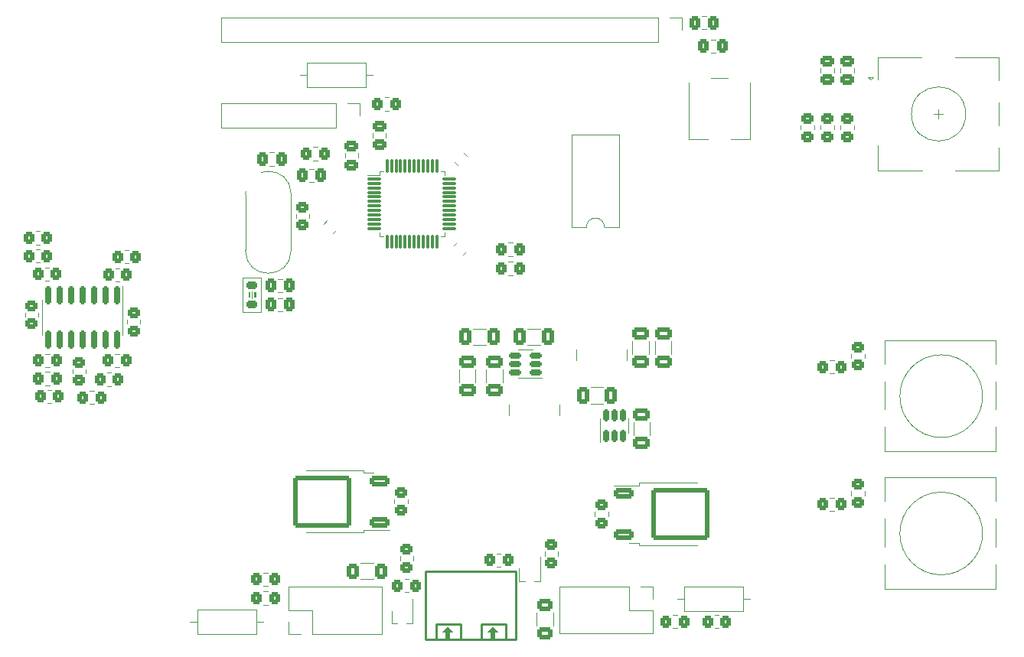
<source format=gto>
G04 #@! TF.GenerationSoftware,KiCad,Pcbnew,7.0.6*
G04 #@! TF.CreationDate,2023-08-14T20:41:20+02:00*
G04 #@! TF.ProjectId,forrasztos,666f7272-6173-47a7-946f-732e6b696361,rev?*
G04 #@! TF.SameCoordinates,Original*
G04 #@! TF.FileFunction,Legend,Top*
G04 #@! TF.FilePolarity,Positive*
%FSLAX46Y46*%
G04 Gerber Fmt 4.6, Leading zero omitted, Abs format (unit mm)*
G04 Created by KiCad (PCBNEW 7.0.6) date 2023-08-14 20:41:20*
%MOMM*%
%LPD*%
G01*
G04 APERTURE LIST*
G04 Aperture macros list*
%AMRoundRect*
0 Rectangle with rounded corners*
0 $1 Rounding radius*
0 $2 $3 $4 $5 $6 $7 $8 $9 X,Y pos of 4 corners*
0 Add a 4 corners polygon primitive as box body*
4,1,4,$2,$3,$4,$5,$6,$7,$8,$9,$2,$3,0*
0 Add four circle primitives for the rounded corners*
1,1,$1+$1,$2,$3*
1,1,$1+$1,$4,$5*
1,1,$1+$1,$6,$7*
1,1,$1+$1,$8,$9*
0 Add four rect primitives between the rounded corners*
20,1,$1+$1,$2,$3,$4,$5,0*
20,1,$1+$1,$4,$5,$6,$7,0*
20,1,$1+$1,$6,$7,$8,$9,0*
20,1,$1+$1,$8,$9,$2,$3,0*%
G04 Aperture macros list end*
%ADD10C,0.120000*%
%ADD11C,0.100000*%
%ADD12C,0.254000*%
%ADD13C,0.200000*%
%ADD14C,0.300000*%
%ADD15O,3.048000X1.850000*%
%ADD16RoundRect,0.150000X0.150000X-0.512500X0.150000X0.512500X-0.150000X0.512500X-0.150000X-0.512500X0*%
%ADD17RoundRect,0.250000X0.400000X0.625000X-0.400000X0.625000X-0.400000X-0.625000X0.400000X-0.625000X0*%
%ADD18RoundRect,0.250000X0.450000X-0.350000X0.450000X0.350000X-0.450000X0.350000X-0.450000X-0.350000X0*%
%ADD19C,2.900000*%
%ADD20C,5.000000*%
%ADD21O,3.670000X3.100000*%
%ADD22O,5.970000X5.200000*%
%ADD23O,3.670000X2.900000*%
%ADD24O,5.770000X5.000000*%
%ADD25RoundRect,0.250000X-0.337500X-0.475000X0.337500X-0.475000X0.337500X0.475000X-0.337500X0.475000X0*%
%ADD26O,1.700000X1.700000*%
%ADD27R,1.700000X1.700000*%
%ADD28R,0.450000X1.500000*%
%ADD29RoundRect,0.250000X0.475000X-0.337500X0.475000X0.337500X-0.475000X0.337500X-0.475000X-0.337500X0*%
%ADD30RoundRect,0.250000X-0.350000X-0.450000X0.350000X-0.450000X0.350000X0.450000X-0.350000X0.450000X0*%
%ADD31RoundRect,0.150000X-0.150000X0.825000X-0.150000X-0.825000X0.150000X-0.825000X0.150000X0.825000X0*%
%ADD32RoundRect,0.150000X0.512500X0.150000X-0.512500X0.150000X-0.512500X-0.150000X0.512500X-0.150000X0*%
%ADD33RoundRect,0.250000X-0.574524X-0.097227X-0.097227X-0.574524X0.574524X0.097227X0.097227X0.574524X0*%
%ADD34RoundRect,0.249997X-2.950003X-2.650003X2.950003X-2.650003X2.950003X2.650003X-2.950003X2.650003X0*%
%ADD35RoundRect,0.250000X-0.850000X-0.350000X0.850000X-0.350000X0.850000X0.350000X-0.850000X0.350000X0*%
%ADD36R,5.500000X2.150000*%
%ADD37RoundRect,0.250000X-0.450000X0.350000X-0.450000X-0.350000X0.450000X-0.350000X0.450000X0.350000X0*%
%ADD38RoundRect,0.250000X0.650000X-0.412500X0.650000X0.412500X-0.650000X0.412500X-0.650000X-0.412500X0*%
%ADD39RoundRect,0.075000X-0.662500X-0.075000X0.662500X-0.075000X0.662500X0.075000X-0.662500X0.075000X0*%
%ADD40RoundRect,0.075000X-0.075000X-0.662500X0.075000X-0.662500X0.075000X0.662500X-0.075000X0.662500X0*%
%ADD41RoundRect,0.250000X0.350000X0.450000X-0.350000X0.450000X-0.350000X-0.450000X0.350000X-0.450000X0*%
%ADD42RoundRect,0.250000X-0.097227X0.574524X-0.574524X0.097227X0.097227X-0.574524X0.574524X-0.097227X0*%
%ADD43RoundRect,0.218750X-0.381250X0.218750X-0.381250X-0.218750X0.381250X-0.218750X0.381250X0.218750X0*%
%ADD44RoundRect,0.250000X-0.412500X-0.650000X0.412500X-0.650000X0.412500X0.650000X-0.412500X0.650000X0*%
%ADD45RoundRect,0.250000X0.412500X0.650000X-0.412500X0.650000X-0.412500X-0.650000X0.412500X-0.650000X0*%
%ADD46C,1.600000*%
%ADD47O,1.600000X1.600000*%
%ADD48RoundRect,0.250000X0.625000X-0.400000X0.625000X0.400000X-0.625000X0.400000X-0.625000X-0.400000X0*%
%ADD49R,2.000000X2.500000*%
%ADD50C,1.500000*%
%ADD51C,2.000000*%
%ADD52R,1.600000X1.600000*%
%ADD53R,2.000000X2.000000*%
%ADD54R,3.000000X2.500000*%
%ADD55RoundRect,0.250000X-0.650000X0.412500X-0.650000X-0.412500X0.650000X-0.412500X0.650000X0.412500X0*%
%ADD56RoundRect,0.249997X2.950003X2.650003X-2.950003X2.650003X-2.950003X-2.650003X2.950003X-2.650003X0*%
%ADD57RoundRect,0.250000X0.850000X0.350000X-0.850000X0.350000X-0.850000X-0.350000X0.850000X-0.350000X0*%
G04 APERTURE END LIST*
D10*
X193400000Y-115050000D02*
X205700000Y-115050000D01*
X193400000Y-117770000D02*
X193400000Y-115050000D01*
X193400000Y-122770000D02*
X193400000Y-119630000D01*
X193400000Y-127350000D02*
X193400000Y-124630000D01*
X205700000Y-115050000D02*
X205700000Y-117770000D01*
X205700000Y-119630000D02*
X205700000Y-122770000D01*
X205700000Y-124630000D02*
X205700000Y-127350000D01*
X205700000Y-127350000D02*
X193400000Y-127350000D01*
X204229050Y-121240000D02*
G75*
G03*
X204229050Y-121240000I-4579050J0D01*
G01*
X161940000Y-109312500D02*
X161940000Y-111112500D01*
X165060000Y-109312500D02*
X165060000Y-110112500D01*
X165060000Y-109312500D02*
X165060000Y-108512500D01*
X161940000Y-109312500D02*
X161940000Y-108512500D01*
X136827064Y-126310000D02*
X135372936Y-126310000D01*
X136827064Y-124490000D02*
X135372936Y-124490000D01*
X189705000Y-117027064D02*
X189705000Y-116572936D01*
X191175000Y-117027064D02*
X191175000Y-116572936D01*
X184115000Y-76527064D02*
X184115000Y-76072936D01*
X185585000Y-76527064D02*
X185585000Y-76072936D01*
X174138748Y-66565000D02*
X174661252Y-66565000D01*
X174138748Y-68035000D02*
X174661252Y-68035000D01*
X127470000Y-132340000D02*
X127470000Y-131010000D01*
X128800000Y-132340000D02*
X127470000Y-132340000D01*
X130070000Y-132340000D02*
X137750000Y-132340000D01*
X130070000Y-132340000D02*
X130070000Y-129740000D01*
X137750000Y-132340000D02*
X137750000Y-127140000D01*
X127470000Y-129740000D02*
X127470000Y-127140000D01*
X130070000Y-129740000D02*
X127470000Y-129740000D01*
X127470000Y-127140000D02*
X137750000Y-127140000D01*
X138840000Y-129795000D02*
X138840000Y-131205000D01*
X141170000Y-131205000D02*
X140500000Y-131205000D01*
X141160000Y-131205000D02*
X141160000Y-128470000D01*
X139500000Y-131205000D02*
X138840000Y-131205000D01*
X133665000Y-79661252D02*
X133665000Y-79138748D01*
X135135000Y-79661252D02*
X135135000Y-79138748D01*
X126238749Y-93065000D02*
X126761253Y-93065000D01*
X126238749Y-94535000D02*
X126761253Y-94535000D01*
X126238748Y-95165001D02*
X126761252Y-95165001D01*
X126238748Y-96635001D02*
X126761252Y-96635001D01*
X128265000Y-86327064D02*
X128265000Y-85872936D01*
X129735000Y-86327064D02*
X129735000Y-85872936D01*
X130172936Y-78465000D02*
X130627064Y-78465000D01*
X130172936Y-79935000D02*
X130627064Y-79935000D01*
X107357936Y-103450000D02*
X107812064Y-103450000D01*
X107357936Y-104920000D02*
X107812064Y-104920000D01*
X186315000Y-76527064D02*
X186315000Y-76072936D01*
X187785000Y-76527064D02*
X187785000Y-76072936D01*
X109060000Y-97340000D02*
X109060000Y-93890000D01*
X109060000Y-97340000D02*
X109060000Y-99290000D01*
X100190000Y-97340000D02*
X100190000Y-95390000D01*
X100190000Y-97340000D02*
X100190000Y-99290000D01*
X173138748Y-63965000D02*
X173661252Y-63965000D01*
X173138748Y-65435000D02*
X173661252Y-65435000D01*
X153650000Y-104035000D02*
X155450000Y-104035000D01*
X153650000Y-104035000D02*
X152850000Y-104035000D01*
X153650000Y-100915000D02*
X154450000Y-100915000D01*
X153650000Y-100915000D02*
X152850000Y-100915000D01*
X146834990Y-79095543D02*
X147204457Y-79465010D01*
X145795543Y-80134990D02*
X146165010Y-80504457D01*
X140272936Y-126265000D02*
X140727064Y-126265000D01*
X140272936Y-127735000D02*
X140727064Y-127735000D01*
X166230000Y-115650000D02*
X166230000Y-115920000D01*
X166230000Y-115920000D02*
X163400000Y-115920000D01*
X166230000Y-122280000D02*
X165130000Y-122280000D01*
X166230000Y-122550000D02*
X166230000Y-122280000D01*
X172650000Y-115650000D02*
X166230000Y-115650000D01*
X172650000Y-122550000D02*
X166230000Y-122550000D01*
X151812500Y-106975000D02*
X151812500Y-108175000D01*
X157412500Y-108175000D02*
X157412500Y-106975000D01*
X140635000Y-117472936D02*
X140635000Y-117927064D01*
X139165000Y-117472936D02*
X139165000Y-117927064D01*
X146302500Y-104486252D02*
X146302500Y-103063748D01*
X148122500Y-104486252D02*
X148122500Y-103063748D01*
X137483000Y-81127500D02*
X137483000Y-81577500D01*
X137483000Y-81577500D02*
X136193000Y-81577500D01*
X137483000Y-88347500D02*
X137483000Y-87897500D01*
X137933000Y-81127500D02*
X137483000Y-81127500D01*
X137933000Y-88347500D02*
X137483000Y-88347500D01*
X144253000Y-81127500D02*
X144703000Y-81127500D01*
X144253000Y-88347500D02*
X144703000Y-88347500D01*
X144703000Y-81127500D02*
X144703000Y-81577500D01*
X144703000Y-88347500D02*
X144703000Y-87897500D01*
X188515000Y-70223752D02*
X188515000Y-69701248D01*
X189985000Y-70223752D02*
X189985000Y-69701248D01*
X125338748Y-79065000D02*
X125861252Y-79065000D01*
X125338748Y-80535000D02*
X125861252Y-80535000D01*
X105912064Y-106920000D02*
X105457936Y-106920000D01*
X105912064Y-105450000D02*
X105457936Y-105450000D01*
X124672936Y-125565000D02*
X125127064Y-125565000D01*
X124672936Y-127035000D02*
X125127064Y-127035000D01*
X147104457Y-90034990D02*
X146734990Y-90404457D01*
X146065010Y-88995543D02*
X145695543Y-89365010D01*
X124400000Y-92900000D02*
X122400000Y-92900000D01*
X122400000Y-92900000D02*
X122400000Y-96700000D01*
X123400000Y-94419000D02*
X123400000Y-95181000D01*
X124400000Y-96700000D02*
X124400000Y-92900000D01*
X122400000Y-96700000D02*
X124400000Y-96700000D01*
D11*
X123146000Y-95054000D02*
X123019000Y-95054000D01*
X123019000Y-94546000D01*
X123146000Y-94546000D01*
X123146000Y-95054000D01*
G36*
X123146000Y-95054000D02*
G01*
X123019000Y-95054000D01*
X123019000Y-94546000D01*
X123146000Y-94546000D01*
X123146000Y-95054000D01*
G37*
X123781000Y-95054000D02*
X123654000Y-95054000D01*
X123654000Y-94546000D01*
X123781000Y-94546000D01*
X123781000Y-95054000D01*
G36*
X123781000Y-95054000D02*
G01*
X123654000Y-95054000D01*
X123654000Y-94546000D01*
X123781000Y-94546000D01*
X123781000Y-95054000D01*
G37*
D10*
X99487936Y-87780000D02*
X99942064Y-87780000D01*
X99487936Y-89250000D02*
X99942064Y-89250000D01*
X109295043Y-89880000D02*
X109749171Y-89880000D01*
X109295043Y-91350000D02*
X109749171Y-91350000D01*
X170427064Y-131735000D02*
X169972936Y-131735000D01*
X170427064Y-130265000D02*
X169972936Y-130265000D01*
X167730000Y-127130000D02*
X167730000Y-128460000D01*
X166400000Y-127130000D02*
X167730000Y-127130000D01*
X165130000Y-127130000D02*
X157450000Y-127130000D01*
X165130000Y-127130000D02*
X165130000Y-129730000D01*
X157450000Y-127130000D02*
X157450000Y-132330000D01*
X167730000Y-129730000D02*
X167730000Y-132330000D01*
X165130000Y-129730000D02*
X167730000Y-129730000D01*
X167730000Y-132330000D02*
X157450000Y-132330000D01*
X108257936Y-101350000D02*
X108712064Y-101350000D01*
X108257936Y-102820000D02*
X108712064Y-102820000D01*
X170945000Y-64170000D02*
X170945000Y-65500000D01*
X169615000Y-64170000D02*
X170945000Y-64170000D01*
X168345000Y-64170000D02*
X120025000Y-64170000D01*
X168345000Y-64170000D02*
X168345000Y-66830000D01*
X120025000Y-64170000D02*
X120025000Y-66830000D01*
X168345000Y-66830000D02*
X120025000Y-66830000D01*
X99750000Y-96787936D02*
X99750000Y-97242064D01*
X98280000Y-96787936D02*
X98280000Y-97242064D01*
X151772936Y-91165000D02*
X152227064Y-91165000D01*
X151772936Y-92635000D02*
X152227064Y-92635000D01*
X135311000Y-73628500D02*
X135311000Y-74958500D01*
X133981000Y-73628500D02*
X135311000Y-73628500D01*
X132711000Y-73628500D02*
X119951000Y-73628500D01*
X132711000Y-73628500D02*
X132711000Y-76288500D01*
X119951000Y-73628500D02*
X119951000Y-76288500D01*
X132711000Y-76288500D02*
X119951000Y-76288500D01*
X147851248Y-98565000D02*
X149273752Y-98565000D01*
X147851248Y-100385000D02*
X149273752Y-100385000D01*
X139765000Y-124227064D02*
X139765000Y-123772936D01*
X141235000Y-124227064D02*
X141235000Y-123772936D01*
X136765000Y-77423752D02*
X136765000Y-76901248D01*
X138235000Y-77423752D02*
X138235000Y-76901248D01*
X101212064Y-106820000D02*
X100757936Y-106820000D01*
X101212064Y-105350000D02*
X100757936Y-105350000D01*
X155273752Y-100385000D02*
X153851248Y-100385000D01*
X155273752Y-98565000D02*
X153851248Y-98565000D01*
X178520000Y-128460000D02*
X177750000Y-128460000D01*
X177750000Y-129830000D02*
X177750000Y-127090000D01*
X177750000Y-127090000D02*
X171210000Y-127090000D01*
X171210000Y-129830000D02*
X177750000Y-129830000D01*
X171210000Y-127090000D02*
X171210000Y-129830000D01*
X170440000Y-128460000D02*
X171210000Y-128460000D01*
X149302500Y-104486252D02*
X149302500Y-103063748D01*
X151122500Y-104486252D02*
X151122500Y-103063748D01*
X165590000Y-110386252D02*
X165590000Y-108963748D01*
X167410000Y-110386252D02*
X167410000Y-108963748D01*
X103550000Y-103512064D02*
X103550000Y-103057936D01*
X105020000Y-103512064D02*
X105020000Y-103057936D01*
X101012064Y-102820000D02*
X100557936Y-102820000D01*
X101012064Y-101350000D02*
X100557936Y-101350000D01*
X99942064Y-91250000D02*
X99487936Y-91250000D01*
X99942064Y-89780000D02*
X99487936Y-89780000D01*
X100942064Y-93250000D02*
X100487936Y-93250000D01*
X100942064Y-91780000D02*
X100487936Y-91780000D01*
X136790000Y-70500000D02*
X136020000Y-70500000D01*
X136020000Y-71870000D02*
X136020000Y-69130000D01*
X136020000Y-69130000D02*
X129480000Y-69130000D01*
X129480000Y-71870000D02*
X136020000Y-71870000D01*
X129480000Y-69130000D02*
X129480000Y-71870000D01*
X128710000Y-70500000D02*
X129480000Y-70500000D01*
X193400000Y-99850000D02*
X205700000Y-99850000D01*
X193400000Y-102570000D02*
X193400000Y-99850000D01*
X193400000Y-107570000D02*
X193400000Y-104430000D01*
X193400000Y-112150000D02*
X193400000Y-109430000D01*
X205700000Y-99850000D02*
X205700000Y-102570000D01*
X205700000Y-104430000D02*
X205700000Y-107570000D01*
X205700000Y-109430000D02*
X205700000Y-112150000D01*
X205700000Y-112150000D02*
X193400000Y-112150000D01*
X204229050Y-106040000D02*
G75*
G03*
X204229050Y-106040000I-4579050J0D01*
G01*
X154890000Y-131427064D02*
X154890000Y-129972936D01*
X156710000Y-131427064D02*
X156710000Y-129972936D01*
X176009000Y-70830000D02*
X174190000Y-70830000D01*
X178471000Y-71366000D02*
X178471000Y-77570000D01*
X171730000Y-71366000D02*
X171730000Y-77570000D01*
X178471000Y-77570000D02*
X176340000Y-77570000D01*
X173860000Y-77570000D02*
X171730000Y-77570000D01*
X186315000Y-70223752D02*
X186315000Y-69701248D01*
X187785000Y-70223752D02*
X187785000Y-69701248D01*
X100557936Y-103350000D02*
X101012064Y-103350000D01*
X100557936Y-104820000D02*
X101012064Y-104820000D01*
X188515000Y-76527064D02*
X188515000Y-76072936D01*
X189985000Y-76527064D02*
X189985000Y-76072936D01*
X127725000Y-83665000D02*
X127725000Y-89915000D01*
X122675000Y-83665000D02*
X122675000Y-89915000D01*
X127725000Y-83665000D02*
G75*
G03*
X122675000Y-83665000I-2525000J0D01*
G01*
X122675000Y-89915000D02*
G75*
G03*
X127725000Y-89915000I2525000J0D01*
G01*
X157235000Y-123272936D02*
X157235000Y-123727064D01*
X155765000Y-123272936D02*
X155765000Y-123727064D01*
X138071936Y-72953500D02*
X138526064Y-72953500D01*
X138071936Y-74423500D02*
X138526064Y-74423500D01*
X161340000Y-119302064D02*
X161340000Y-118847936D01*
X162810000Y-119302064D02*
X162810000Y-118847936D01*
D12*
X142600000Y-125400000D02*
X152600000Y-125400000D01*
X142600000Y-133000000D02*
X142600000Y-125400000D01*
X143790000Y-131278000D02*
X146457000Y-131278000D01*
X143790000Y-132802000D02*
X143790000Y-131278000D01*
X146457000Y-131278000D02*
X146457000Y-132802000D01*
X148790000Y-131278000D02*
X151457000Y-131278000D01*
X148790000Y-132802000D02*
X148790000Y-131278000D01*
X151457000Y-131278000D02*
X151457000Y-132802000D01*
X152600000Y-125400000D02*
X152600000Y-133000000D01*
X152600000Y-133000000D02*
X142600000Y-133000000D01*
G36*
X145695000Y-132167000D02*
G01*
X145314000Y-132167000D01*
X145314000Y-133056000D01*
X144806000Y-133056000D01*
X144806000Y-132167000D01*
X144425000Y-132167000D01*
X145060000Y-131532000D01*
X145695000Y-132167000D01*
G37*
G36*
X150695000Y-132167000D02*
G01*
X150314000Y-132167000D01*
X150314000Y-133056000D01*
X149806000Y-133056000D01*
X149806000Y-132167000D01*
X149425000Y-132167000D01*
X150060000Y-131532000D01*
X150695000Y-132167000D01*
G37*
D10*
X132704457Y-87634990D02*
X132334990Y-88004457D01*
X131665010Y-86595543D02*
X131295543Y-86965010D01*
X164040000Y-87330000D02*
X164040000Y-77050000D01*
X164040000Y-77050000D02*
X158740000Y-77050000D01*
X162390000Y-87330000D02*
X164040000Y-87330000D01*
X158740000Y-87330000D02*
X160390000Y-87330000D01*
X158740000Y-77050000D02*
X158740000Y-87330000D01*
X162390000Y-87330000D02*
G75*
G03*
X160390000Y-87330000I-1000000J0D01*
G01*
X160851248Y-105065000D02*
X162273752Y-105065000D01*
X160851248Y-106885000D02*
X162273752Y-106885000D01*
X151772936Y-89065000D02*
X152227064Y-89065000D01*
X151772936Y-90535000D02*
X152227064Y-90535000D01*
X116560000Y-131000000D02*
X117330000Y-131000000D01*
X117330000Y-129630000D02*
X117330000Y-132370000D01*
X117330000Y-132370000D02*
X123870000Y-132370000D01*
X123870000Y-129630000D02*
X117330000Y-129630000D01*
X123870000Y-132370000D02*
X123870000Y-129630000D01*
X124640000Y-131000000D02*
X123870000Y-131000000D01*
X129738748Y-80865000D02*
X130261252Y-80865000D01*
X129738748Y-82335000D02*
X130261252Y-82335000D01*
X191550000Y-70700000D02*
X192150000Y-70700000D01*
X191850000Y-71000000D02*
X191550000Y-70700000D01*
X192150000Y-70700000D02*
X191850000Y-71000000D01*
X192650000Y-68500000D02*
X192650000Y-71000000D01*
X192650000Y-81100000D02*
X192650000Y-78300000D01*
X197450000Y-68500000D02*
X192650000Y-68500000D01*
X197550000Y-81100000D02*
X192650000Y-81100000D01*
X198850000Y-74800000D02*
X199850000Y-74800000D01*
X199350000Y-74300000D02*
X199350000Y-75300000D01*
X201150000Y-68500000D02*
X206050000Y-68500000D01*
X206050000Y-68500000D02*
X206050000Y-71100000D01*
X206050000Y-73500000D02*
X206050000Y-76100000D01*
X206050000Y-78500000D02*
X206050000Y-81100000D01*
X206050000Y-81100000D02*
X201150000Y-81100000D01*
X202350000Y-74800000D02*
G75*
G03*
X202350000Y-74800000I-3000000J0D01*
G01*
X189705000Y-101827064D02*
X189705000Y-101372936D01*
X191175000Y-101827064D02*
X191175000Y-101372936D01*
X169810000Y-99963748D02*
X169810000Y-101386252D01*
X167990000Y-99963748D02*
X167990000Y-101386252D01*
X125127064Y-129135000D02*
X124672936Y-129135000D01*
X125127064Y-127665000D02*
X124672936Y-127665000D01*
X164900000Y-102075000D02*
X164900000Y-100875000D01*
X159300000Y-100875000D02*
X159300000Y-102075000D01*
X150927064Y-124935000D02*
X150472936Y-124935000D01*
X150927064Y-123465000D02*
X150472936Y-123465000D01*
X167310000Y-99963748D02*
X167310000Y-101386252D01*
X165490000Y-99963748D02*
X165490000Y-101386252D01*
X187312936Y-102065000D02*
X187767064Y-102065000D01*
X187312936Y-103535000D02*
X187767064Y-103535000D01*
X187312936Y-117265000D02*
X187767064Y-117265000D01*
X187312936Y-118735000D02*
X187767064Y-118735000D01*
X152940000Y-125125000D02*
X152940000Y-126535000D01*
X155270000Y-126535000D02*
X154600000Y-126535000D01*
X155260000Y-126535000D02*
X155260000Y-123800000D01*
X153600000Y-126535000D02*
X152940000Y-126535000D01*
X109580000Y-98042064D02*
X109580000Y-97587936D01*
X111050000Y-98042064D02*
X111050000Y-97587936D01*
X108287936Y-91880000D02*
X108742064Y-91880000D01*
X108287936Y-93350000D02*
X108742064Y-93350000D01*
X174572936Y-130265000D02*
X175027064Y-130265000D01*
X174572936Y-131735000D02*
X175027064Y-131735000D01*
X135770000Y-121150000D02*
X135770000Y-120880000D01*
X135770000Y-120880000D02*
X138600000Y-120880000D01*
X135770000Y-114520000D02*
X136870000Y-114520000D01*
X135770000Y-114250000D02*
X135770000Y-114520000D01*
X129350000Y-121150000D02*
X135770000Y-121150000D01*
X129350000Y-114250000D02*
X135770000Y-114250000D01*
%LPC*%
D13*
X122050000Y-81150000D02*
X124350000Y-81150000D01*
X124350000Y-83300000D01*
X122050000Y-83300000D01*
X122050000Y-81150000D01*
G36*
X122050000Y-81150000D02*
G01*
X124350000Y-81150000D01*
X124350000Y-83300000D01*
X122050000Y-83300000D01*
X122050000Y-81150000D01*
G37*
D14*
X94894987Y-71970400D02*
X95080701Y-72032304D01*
X95080701Y-72032304D02*
X95390225Y-72032304D01*
X95390225Y-72032304D02*
X95514034Y-71970400D01*
X95514034Y-71970400D02*
X95575939Y-71908495D01*
X95575939Y-71908495D02*
X95637844Y-71784685D01*
X95637844Y-71784685D02*
X95637844Y-71660876D01*
X95637844Y-71660876D02*
X95575939Y-71537066D01*
X95575939Y-71537066D02*
X95514034Y-71475161D01*
X95514034Y-71475161D02*
X95390225Y-71413257D01*
X95390225Y-71413257D02*
X95142606Y-71351352D01*
X95142606Y-71351352D02*
X95018796Y-71289447D01*
X95018796Y-71289447D02*
X94956891Y-71227542D01*
X94956891Y-71227542D02*
X94894987Y-71103733D01*
X94894987Y-71103733D02*
X94894987Y-70979923D01*
X94894987Y-70979923D02*
X94956891Y-70856114D01*
X94956891Y-70856114D02*
X95018796Y-70794209D01*
X95018796Y-70794209D02*
X95142606Y-70732304D01*
X95142606Y-70732304D02*
X95452129Y-70732304D01*
X95452129Y-70732304D02*
X95637844Y-70794209D01*
X96194986Y-71351352D02*
X96628320Y-71351352D01*
X96814034Y-72032304D02*
X96194986Y-72032304D01*
X96194986Y-72032304D02*
X96194986Y-70732304D01*
X96194986Y-70732304D02*
X96814034Y-70732304D01*
X97371176Y-72032304D02*
X97371176Y-70732304D01*
X97371176Y-70732304D02*
X97804510Y-71660876D01*
X97804510Y-71660876D02*
X98237843Y-70732304D01*
X98237843Y-70732304D02*
X98237843Y-72032304D01*
X99661652Y-71165638D02*
X100156890Y-71165638D01*
X99847366Y-72032304D02*
X99847366Y-70918019D01*
X99847366Y-70918019D02*
X99909271Y-70794209D01*
X99909271Y-70794209D02*
X100033081Y-70732304D01*
X100033081Y-70732304D02*
X100156890Y-70732304D01*
X100775938Y-72032304D02*
X100652128Y-71970400D01*
X100652128Y-71970400D02*
X100590223Y-71908495D01*
X100590223Y-71908495D02*
X100528319Y-71784685D01*
X100528319Y-71784685D02*
X100528319Y-71413257D01*
X100528319Y-71413257D02*
X100590223Y-71289447D01*
X100590223Y-71289447D02*
X100652128Y-71227542D01*
X100652128Y-71227542D02*
X100775938Y-71165638D01*
X100775938Y-71165638D02*
X100961652Y-71165638D01*
X100961652Y-71165638D02*
X101085461Y-71227542D01*
X101085461Y-71227542D02*
X101147366Y-71289447D01*
X101147366Y-71289447D02*
X101209271Y-71413257D01*
X101209271Y-71413257D02*
X101209271Y-71784685D01*
X101209271Y-71784685D02*
X101147366Y-71908495D01*
X101147366Y-71908495D02*
X101085461Y-71970400D01*
X101085461Y-71970400D02*
X100961652Y-72032304D01*
X100961652Y-72032304D02*
X100775938Y-72032304D01*
X101766413Y-72032304D02*
X101766413Y-71165638D01*
X101766413Y-71413257D02*
X101828318Y-71289447D01*
X101828318Y-71289447D02*
X101890223Y-71227542D01*
X101890223Y-71227542D02*
X102014032Y-71165638D01*
X102014032Y-71165638D02*
X102137842Y-71165638D01*
X102571175Y-72032304D02*
X102571175Y-71165638D01*
X102571175Y-71413257D02*
X102633080Y-71289447D01*
X102633080Y-71289447D02*
X102694985Y-71227542D01*
X102694985Y-71227542D02*
X102818794Y-71165638D01*
X102818794Y-71165638D02*
X102942604Y-71165638D01*
X103933080Y-72032304D02*
X103933080Y-71351352D01*
X103933080Y-71351352D02*
X103871175Y-71227542D01*
X103871175Y-71227542D02*
X103747366Y-71165638D01*
X103747366Y-71165638D02*
X103499747Y-71165638D01*
X103499747Y-71165638D02*
X103375937Y-71227542D01*
X103933080Y-71970400D02*
X103809271Y-72032304D01*
X103809271Y-72032304D02*
X103499747Y-72032304D01*
X103499747Y-72032304D02*
X103375937Y-71970400D01*
X103375937Y-71970400D02*
X103314033Y-71846590D01*
X103314033Y-71846590D02*
X103314033Y-71722780D01*
X103314033Y-71722780D02*
X103375937Y-71598971D01*
X103375937Y-71598971D02*
X103499747Y-71537066D01*
X103499747Y-71537066D02*
X103809271Y-71537066D01*
X103809271Y-71537066D02*
X103933080Y-71475161D01*
X104490223Y-71970400D02*
X104614032Y-72032304D01*
X104614032Y-72032304D02*
X104861651Y-72032304D01*
X104861651Y-72032304D02*
X104985461Y-71970400D01*
X104985461Y-71970400D02*
X105047365Y-71846590D01*
X105047365Y-71846590D02*
X105047365Y-71784685D01*
X105047365Y-71784685D02*
X104985461Y-71660876D01*
X104985461Y-71660876D02*
X104861651Y-71598971D01*
X104861651Y-71598971D02*
X104675937Y-71598971D01*
X104675937Y-71598971D02*
X104552127Y-71537066D01*
X104552127Y-71537066D02*
X104490223Y-71413257D01*
X104490223Y-71413257D02*
X104490223Y-71351352D01*
X104490223Y-71351352D02*
X104552127Y-71227542D01*
X104552127Y-71227542D02*
X104675937Y-71165638D01*
X104675937Y-71165638D02*
X104861651Y-71165638D01*
X104861651Y-71165638D02*
X104985461Y-71227542D01*
X105480699Y-71165638D02*
X106161651Y-71165638D01*
X106161651Y-71165638D02*
X105480699Y-72032304D01*
X105480699Y-72032304D02*
X106161651Y-72032304D01*
X106471175Y-71165638D02*
X106966413Y-71165638D01*
X106656889Y-70732304D02*
X106656889Y-71846590D01*
X106656889Y-71846590D02*
X106718794Y-71970400D01*
X106718794Y-71970400D02*
X106842604Y-72032304D01*
X106842604Y-72032304D02*
X106966413Y-72032304D01*
X107585461Y-72032304D02*
X107461651Y-71970400D01*
X107461651Y-71970400D02*
X107399746Y-71908495D01*
X107399746Y-71908495D02*
X107337842Y-71784685D01*
X107337842Y-71784685D02*
X107337842Y-71413257D01*
X107337842Y-71413257D02*
X107399746Y-71289447D01*
X107399746Y-71289447D02*
X107461651Y-71227542D01*
X107461651Y-71227542D02*
X107585461Y-71165638D01*
X107585461Y-71165638D02*
X107771175Y-71165638D01*
X107771175Y-71165638D02*
X107894984Y-71227542D01*
X107894984Y-71227542D02*
X107956889Y-71289447D01*
X107956889Y-71289447D02*
X108018794Y-71413257D01*
X108018794Y-71413257D02*
X108018794Y-71784685D01*
X108018794Y-71784685D02*
X107956889Y-71908495D01*
X107956889Y-71908495D02*
X107894984Y-71970400D01*
X107894984Y-71970400D02*
X107771175Y-72032304D01*
X107771175Y-72032304D02*
X107585461Y-72032304D01*
X109133079Y-72032304D02*
X109133079Y-71351352D01*
X109133079Y-71351352D02*
X109071174Y-71227542D01*
X109071174Y-71227542D02*
X108947365Y-71165638D01*
X108947365Y-71165638D02*
X108699746Y-71165638D01*
X108699746Y-71165638D02*
X108575936Y-71227542D01*
X109133079Y-71970400D02*
X109009270Y-72032304D01*
X109009270Y-72032304D02*
X108699746Y-72032304D01*
X108699746Y-72032304D02*
X108575936Y-71970400D01*
X108575936Y-71970400D02*
X108514032Y-71846590D01*
X108514032Y-71846590D02*
X108514032Y-71722780D01*
X108514032Y-71722780D02*
X108575936Y-71598971D01*
X108575936Y-71598971D02*
X108699746Y-71537066D01*
X108699746Y-71537066D02*
X109009270Y-71537066D01*
X109009270Y-71537066D02*
X109133079Y-71475161D01*
X108947365Y-70670400D02*
X108761651Y-70856114D01*
X109937841Y-72032304D02*
X109814031Y-71970400D01*
X109814031Y-71970400D02*
X109752126Y-71846590D01*
X109752126Y-71846590D02*
X109752126Y-70732304D01*
X110618793Y-72032304D02*
X110494983Y-71970400D01*
X110494983Y-71970400D02*
X110433078Y-71846590D01*
X110433078Y-71846590D02*
X110433078Y-70732304D01*
X111299745Y-72032304D02*
X111175935Y-71970400D01*
X111175935Y-71970400D02*
X111114030Y-71908495D01*
X111114030Y-71908495D02*
X111052126Y-71784685D01*
X111052126Y-71784685D02*
X111052126Y-71413257D01*
X111052126Y-71413257D02*
X111114030Y-71289447D01*
X111114030Y-71289447D02*
X111175935Y-71227542D01*
X111175935Y-71227542D02*
X111299745Y-71165638D01*
X111299745Y-71165638D02*
X111485459Y-71165638D01*
X111485459Y-71165638D02*
X111609268Y-71227542D01*
X111609268Y-71227542D02*
X111671173Y-71289447D01*
X111671173Y-71289447D02*
X111733078Y-71413257D01*
X111733078Y-71413257D02*
X111733078Y-71784685D01*
X111733078Y-71784685D02*
X111671173Y-71908495D01*
X111671173Y-71908495D02*
X111609268Y-71970400D01*
X111609268Y-71970400D02*
X111485459Y-72032304D01*
X111485459Y-72032304D02*
X111299745Y-72032304D01*
X112290220Y-72032304D02*
X112290220Y-71165638D01*
X112290220Y-71289447D02*
X112352125Y-71227542D01*
X112352125Y-71227542D02*
X112475935Y-71165638D01*
X112475935Y-71165638D02*
X112661649Y-71165638D01*
X112661649Y-71165638D02*
X112785458Y-71227542D01*
X112785458Y-71227542D02*
X112847363Y-71351352D01*
X112847363Y-71351352D02*
X112847363Y-72032304D01*
X112847363Y-71351352D02*
X112909268Y-71227542D01*
X112909268Y-71227542D02*
X113033077Y-71165638D01*
X113033077Y-71165638D02*
X113218792Y-71165638D01*
X113218792Y-71165638D02*
X113342601Y-71227542D01*
X113342601Y-71227542D02*
X113404506Y-71351352D01*
X113404506Y-71351352D02*
X113404506Y-72032304D01*
X114580696Y-72032304D02*
X114580696Y-71351352D01*
X114580696Y-71351352D02*
X114518791Y-71227542D01*
X114518791Y-71227542D02*
X114394982Y-71165638D01*
X114394982Y-71165638D02*
X114147363Y-71165638D01*
X114147363Y-71165638D02*
X114023553Y-71227542D01*
X114580696Y-71970400D02*
X114456887Y-72032304D01*
X114456887Y-72032304D02*
X114147363Y-72032304D01*
X114147363Y-72032304D02*
X114023553Y-71970400D01*
X114023553Y-71970400D02*
X113961649Y-71846590D01*
X113961649Y-71846590D02*
X113961649Y-71722780D01*
X113961649Y-71722780D02*
X114023553Y-71598971D01*
X114023553Y-71598971D02*
X114147363Y-71537066D01*
X114147363Y-71537066D02*
X114456887Y-71537066D01*
X114456887Y-71537066D02*
X114580696Y-71475161D01*
X114394982Y-70670400D02*
X114209268Y-70856114D01*
X115137839Y-71970400D02*
X115261648Y-72032304D01*
X115261648Y-72032304D02*
X115509267Y-72032304D01*
X115509267Y-72032304D02*
X115633077Y-71970400D01*
X115633077Y-71970400D02*
X115694981Y-71846590D01*
X115694981Y-71846590D02*
X115694981Y-71784685D01*
X115694981Y-71784685D02*
X115633077Y-71660876D01*
X115633077Y-71660876D02*
X115509267Y-71598971D01*
X115509267Y-71598971D02*
X115323553Y-71598971D01*
X115323553Y-71598971D02*
X115199743Y-71537066D01*
X115199743Y-71537066D02*
X115137839Y-71413257D01*
X115137839Y-71413257D02*
X115137839Y-71351352D01*
X115137839Y-71351352D02*
X115199743Y-71227542D01*
X115199743Y-71227542D02*
X115323553Y-71165638D01*
X115323553Y-71165638D02*
X115509267Y-71165638D01*
X115509267Y-71165638D02*
X115633077Y-71227542D01*
X95699748Y-74125304D02*
X95266415Y-73506257D01*
X94956891Y-74125304D02*
X94956891Y-72825304D01*
X94956891Y-72825304D02*
X95452129Y-72825304D01*
X95452129Y-72825304D02*
X95575939Y-72887209D01*
X95575939Y-72887209D02*
X95637844Y-72949114D01*
X95637844Y-72949114D02*
X95699748Y-73072923D01*
X95699748Y-73072923D02*
X95699748Y-73258638D01*
X95699748Y-73258638D02*
X95637844Y-73382447D01*
X95637844Y-73382447D02*
X95575939Y-73444352D01*
X95575939Y-73444352D02*
X95452129Y-73506257D01*
X95452129Y-73506257D02*
X94956891Y-73506257D01*
X96752129Y-74063400D02*
X96628320Y-74125304D01*
X96628320Y-74125304D02*
X96380701Y-74125304D01*
X96380701Y-74125304D02*
X96256891Y-74063400D01*
X96256891Y-74063400D02*
X96194987Y-73939590D01*
X96194987Y-73939590D02*
X96194987Y-73444352D01*
X96194987Y-73444352D02*
X96256891Y-73320542D01*
X96256891Y-73320542D02*
X96380701Y-73258638D01*
X96380701Y-73258638D02*
X96628320Y-73258638D01*
X96628320Y-73258638D02*
X96752129Y-73320542D01*
X96752129Y-73320542D02*
X96814034Y-73444352D01*
X96814034Y-73444352D02*
X96814034Y-73568161D01*
X96814034Y-73568161D02*
X96194987Y-73691971D01*
X97247368Y-73258638D02*
X97556892Y-74125304D01*
X97556892Y-74125304D02*
X97866415Y-73258638D01*
X98361653Y-74001495D02*
X98423558Y-74063400D01*
X98423558Y-74063400D02*
X98361653Y-74125304D01*
X98361653Y-74125304D02*
X98299749Y-74063400D01*
X98299749Y-74063400D02*
X98361653Y-74001495D01*
X98361653Y-74001495D02*
X98361653Y-74125304D01*
X98918797Y-73753876D02*
X99537844Y-73753876D01*
X98794987Y-74125304D02*
X99228320Y-72825304D01*
X99228320Y-72825304D02*
X99661654Y-74125304D01*
D15*
X193300000Y-118700000D03*
X205800000Y-118700000D03*
X193300000Y-123700000D03*
X205800000Y-123700000D03*
D16*
X162550000Y-108175000D03*
X163500000Y-108175000D03*
X164450000Y-108175000D03*
X164450000Y-110450000D03*
X163500000Y-110450000D03*
X162550000Y-110450000D03*
D17*
X137650000Y-125400000D03*
X134550000Y-125400000D03*
D18*
X190440000Y-117800000D03*
X190440000Y-115800000D03*
D19*
X111200000Y-130300000D03*
D20*
X111200000Y-130300000D03*
D21*
X184000000Y-130400000D03*
D22*
X184000000Y-130400000D03*
D23*
X184000000Y-65500000D03*
D24*
X184000000Y-65500000D03*
D18*
X184850000Y-77300000D03*
X184850000Y-75300000D03*
D25*
X173362500Y-67300000D03*
X175437500Y-67300000D03*
D26*
X131340000Y-131010000D03*
X133880000Y-131010000D03*
X131340000Y-128470000D03*
X136420000Y-131010000D03*
X133880000Y-128470000D03*
X136420000Y-128470000D03*
D27*
X128800000Y-131010000D03*
D26*
X128800000Y-128470000D03*
D28*
X140650000Y-129140000D03*
X139350000Y-129140000D03*
X140000000Y-131800000D03*
D29*
X134400000Y-80437500D03*
X134400000Y-78362500D03*
D25*
X125462501Y-93800000D03*
X127537501Y-93800000D03*
X125462500Y-95900001D03*
X127537500Y-95900001D03*
D18*
X129000000Y-87100000D03*
X129000000Y-85100000D03*
D30*
X129400000Y-79200000D03*
X131400000Y-79200000D03*
X106585000Y-104185000D03*
X108585000Y-104185000D03*
D18*
X187050000Y-77300000D03*
X187050000Y-75300000D03*
D31*
X108435000Y-94865000D03*
X107165000Y-94865000D03*
X105895000Y-94865000D03*
X104625000Y-94865000D03*
X103355000Y-94865000D03*
X102085000Y-94865000D03*
X100815000Y-94865000D03*
X100815000Y-99815000D03*
X102085000Y-99815000D03*
X103355000Y-99815000D03*
X104625000Y-99815000D03*
X105895000Y-99815000D03*
X107165000Y-99815000D03*
X108435000Y-99815000D03*
D25*
X172362500Y-64700000D03*
X174437500Y-64700000D03*
D32*
X154787500Y-103425000D03*
X154787500Y-102475000D03*
X154787500Y-101525000D03*
X152512500Y-101525000D03*
X152512500Y-102475000D03*
X152512500Y-103425000D03*
D33*
X145766377Y-79066377D03*
X147233623Y-80533623D03*
D30*
X139500000Y-127000000D03*
X141500000Y-127000000D03*
D34*
X170800000Y-119100000D03*
D35*
X164500000Y-116820000D03*
X164500000Y-121380000D03*
D36*
X154612500Y-105650000D03*
X154612500Y-109500000D03*
D37*
X139900000Y-116700000D03*
X139900000Y-118700000D03*
D38*
X147212500Y-105337500D03*
X147212500Y-102212500D03*
D39*
X136930500Y-81987500D03*
X136930500Y-82487500D03*
X136930500Y-82987500D03*
X136930500Y-83487500D03*
X136930500Y-83987500D03*
X136930500Y-84487500D03*
X136930500Y-84987500D03*
X136930500Y-85487500D03*
X136930500Y-85987500D03*
X136930500Y-86487500D03*
X136930500Y-86987500D03*
X136930500Y-87487500D03*
D40*
X138343000Y-88900000D03*
X138843000Y-88900000D03*
X139343000Y-88900000D03*
X139843000Y-88900000D03*
X140343000Y-88900000D03*
X140843000Y-88900000D03*
X141343000Y-88900000D03*
X141843000Y-88900000D03*
X142343000Y-88900000D03*
X142843000Y-88900000D03*
X143343000Y-88900000D03*
X143843000Y-88900000D03*
D39*
X145255500Y-87487500D03*
X145255500Y-86987500D03*
X145255500Y-86487500D03*
X145255500Y-85987500D03*
X145255500Y-85487500D03*
X145255500Y-84987500D03*
X145255500Y-84487500D03*
X145255500Y-83987500D03*
X145255500Y-83487500D03*
X145255500Y-82987500D03*
X145255500Y-82487500D03*
X145255500Y-81987500D03*
D40*
X143843000Y-80575000D03*
X143343000Y-80575000D03*
X142843000Y-80575000D03*
X142343000Y-80575000D03*
X141843000Y-80575000D03*
X141343000Y-80575000D03*
X140843000Y-80575000D03*
X140343000Y-80575000D03*
X139843000Y-80575000D03*
X139343000Y-80575000D03*
X138843000Y-80575000D03*
X138343000Y-80575000D03*
D29*
X189250000Y-71000000D03*
X189250000Y-68925000D03*
D25*
X124562500Y-79800000D03*
X126637500Y-79800000D03*
D41*
X106685000Y-106185000D03*
X104685000Y-106185000D03*
D30*
X123900000Y-126300000D03*
X125900000Y-126300000D03*
D42*
X147133623Y-88966377D03*
X145666377Y-90433623D03*
D43*
X123400000Y-93737500D03*
X123400000Y-95862500D03*
D30*
X98715000Y-88515000D03*
X100715000Y-88515000D03*
X108522107Y-90615000D03*
X110522107Y-90615000D03*
D41*
X171200000Y-131000000D03*
X169200000Y-131000000D03*
D26*
X163860000Y-128460000D03*
X163860000Y-131000000D03*
X161320000Y-131000000D03*
X161320000Y-128460000D03*
X158780000Y-128460000D03*
X158780000Y-131000000D03*
D27*
X166400000Y-128460000D03*
D26*
X166400000Y-131000000D03*
D30*
X107485000Y-102085000D03*
X109485000Y-102085000D03*
D27*
X169615000Y-65500000D03*
D26*
X167075000Y-65500000D03*
X164535000Y-65500000D03*
X161995000Y-65500000D03*
X159455000Y-65500000D03*
X156915000Y-65500000D03*
X154375000Y-65500000D03*
X151835000Y-65500000D03*
X149295000Y-65500000D03*
X146755000Y-65500000D03*
X144215000Y-65500000D03*
X141675000Y-65500000D03*
X139135000Y-65500000D03*
X136595000Y-65500000D03*
X134055000Y-65500000D03*
X131515000Y-65500000D03*
X128975000Y-65500000D03*
X126435000Y-65500000D03*
X123895000Y-65500000D03*
X121355000Y-65500000D03*
D37*
X99015000Y-96015000D03*
X99015000Y-98015000D03*
D30*
X151000000Y-91900000D03*
X153000000Y-91900000D03*
D27*
X133981000Y-74958500D03*
D26*
X131441000Y-74958500D03*
X128901000Y-74958500D03*
X126361000Y-74958500D03*
X123821000Y-74958500D03*
X121281000Y-74958500D03*
D44*
X147000000Y-99475000D03*
X150125000Y-99475000D03*
D18*
X140500000Y-125000000D03*
X140500000Y-123000000D03*
D29*
X137500000Y-78200000D03*
X137500000Y-76125000D03*
D41*
X101985000Y-106085000D03*
X99985000Y-106085000D03*
D45*
X156125000Y-99475000D03*
X153000000Y-99475000D03*
D46*
X179560000Y-128460000D03*
D47*
X169400000Y-128460000D03*
D38*
X150212500Y-105337500D03*
X150212500Y-102212500D03*
X166500000Y-111237500D03*
X166500000Y-108112500D03*
D18*
X104285000Y-104285000D03*
X104285000Y-102285000D03*
D41*
X101785000Y-102085000D03*
X99785000Y-102085000D03*
X100715000Y-90515000D03*
X98715000Y-90515000D03*
X101715000Y-92515000D03*
X99715000Y-92515000D03*
D46*
X137830000Y-70500000D03*
D47*
X127670000Y-70500000D03*
D15*
X193300000Y-103500000D03*
X205800000Y-103500000D03*
X193300000Y-108500000D03*
X205800000Y-108500000D03*
D48*
X155800000Y-132250000D03*
X155800000Y-129150000D03*
D49*
X172950000Y-69875000D03*
X175100000Y-78525000D03*
X177250000Y-69875000D03*
D29*
X187050000Y-71000000D03*
X187050000Y-68925000D03*
D19*
X96000000Y-65500000D03*
D20*
X96000000Y-65500000D03*
D30*
X99785000Y-104085000D03*
X101785000Y-104085000D03*
D18*
X189250000Y-77300000D03*
X189250000Y-75300000D03*
D50*
X125200000Y-84350000D03*
X125200000Y-89230000D03*
D37*
X156500000Y-122500000D03*
X156500000Y-124500000D03*
D30*
X137299000Y-73688500D03*
X139299000Y-73688500D03*
D18*
X162075000Y-120075000D03*
X162075000Y-118075000D03*
D51*
X145100000Y-129500000D03*
X150100000Y-129500000D03*
D42*
X132733623Y-86566377D03*
X131266377Y-88033623D03*
D19*
X112200000Y-65500000D03*
D20*
X112200000Y-65500000D03*
D52*
X165200000Y-86000000D03*
D47*
X165200000Y-83460000D03*
X165200000Y-80920000D03*
X165200000Y-78380000D03*
X157580000Y-78380000D03*
X157580000Y-80920000D03*
X157580000Y-83460000D03*
X157580000Y-86000000D03*
D44*
X160000000Y-105975000D03*
X163125000Y-105975000D03*
D30*
X151000000Y-89800000D03*
X153000000Y-89800000D03*
D46*
X115520000Y-131000000D03*
D47*
X125680000Y-131000000D03*
D25*
X128962500Y-81600000D03*
X131037500Y-81600000D03*
D19*
X96000000Y-130500000D03*
D20*
X96000000Y-130500000D03*
D53*
X191850000Y-72300000D03*
D51*
X191850000Y-77300000D03*
X191850000Y-74800000D03*
D54*
X199350000Y-69200000D03*
X199350000Y-80400000D03*
D51*
X206350000Y-72300000D03*
X206350000Y-77300000D03*
D18*
X190440000Y-102600000D03*
X190440000Y-100600000D03*
D55*
X168900000Y-99112500D03*
X168900000Y-102237500D03*
D41*
X125900000Y-128400000D03*
X123900000Y-128400000D03*
D36*
X162100000Y-103400000D03*
X162100000Y-99550000D03*
D41*
X151700000Y-124200000D03*
X149700000Y-124200000D03*
D55*
X166400000Y-99112500D03*
X166400000Y-102237500D03*
D30*
X186540000Y-102800000D03*
X188540000Y-102800000D03*
X186540000Y-118000000D03*
X188540000Y-118000000D03*
D28*
X154750000Y-124470000D03*
X153450000Y-124470000D03*
X154100000Y-127130000D03*
D18*
X110315000Y-98815000D03*
X110315000Y-96815000D03*
D30*
X107515000Y-92615000D03*
X109515000Y-92615000D03*
X173800000Y-131000000D03*
X175800000Y-131000000D03*
D56*
X131200000Y-117700000D03*
D57*
X137500000Y-119980000D03*
X137500000Y-115420000D03*
%LPD*%
M02*

</source>
